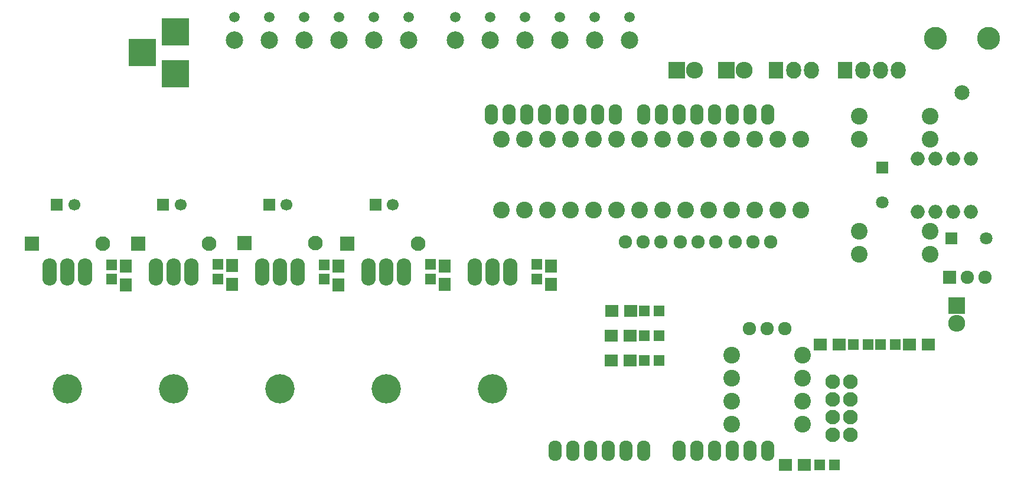
<source format=gbr>
G04 #@! TF.FileFunction,Soldermask,Top*
%FSLAX46Y46*%
G04 Gerber Fmt 4.6, Leading zero omitted, Abs format (unit mm)*
G04 Created by KiCad (PCBNEW 4.0.2+dfsg1-stable) date Tue 15 May 2018 12:51:25 PM EDT*
%MOMM*%
G01*
G04 APERTURE LIST*
%ADD10C,0.100000*%
%ADD11O,1.924000X2.940000*%
%ADD12C,2.150000*%
%ADD13C,3.300000*%
%ADD14C,2.099260*%
%ADD15R,2.099260X2.099260*%
%ADD16R,1.800000X1.800000*%
%ADD17C,1.800000*%
%ADD18C,1.924000*%
%ADD19C,2.398980*%
%ADD20O,2.000000X2.000000*%
%ADD21C,1.920000*%
%ADD22R,1.920000X1.920000*%
%ADD23R,3.900120X3.900120*%
%ADD24C,2.500000*%
%ADD25C,1.500000*%
%ADD26C,1.700000*%
%ADD27R,1.700000X1.700000*%
%ADD28R,2.432000X2.432000*%
%ADD29O,2.432000X2.432000*%
%ADD30R,2.127200X2.432000*%
%ADD31O,2.127200X2.432000*%
%ADD32O,2.099260X3.900120*%
%ADD33C,4.199840*%
%ADD34C,2.100000*%
%ADD35R,1.598880X1.598880*%
%ADD36R,1.900000X1.700000*%
%ADD37R,1.700000X1.900000*%
G04 APERTURE END LIST*
D10*
D11*
X121285000Y-123190000D03*
X118745000Y-123190000D03*
X116205000Y-123190000D03*
X108585000Y-123190000D03*
X111125000Y-123190000D03*
X113665000Y-123190000D03*
X103505000Y-123190000D03*
X100965000Y-123190000D03*
X98425000Y-123190000D03*
X93345000Y-123190000D03*
X90805000Y-123190000D03*
X121285000Y-74930000D03*
X118745000Y-74930000D03*
X116205000Y-74930000D03*
X113665000Y-74930000D03*
X111125000Y-74930000D03*
X108585000Y-74930000D03*
X106045000Y-74930000D03*
X103505000Y-74930000D03*
X99441000Y-74930000D03*
X96901000Y-74930000D03*
X94361000Y-74930000D03*
X91821000Y-74930000D03*
X89281000Y-74930000D03*
X86741000Y-74930000D03*
X84201000Y-74930000D03*
X81661000Y-74930000D03*
X95885000Y-123190000D03*
D12*
X149098000Y-71808000D03*
D13*
X152898000Y-64008000D03*
X145298000Y-64008000D03*
D14*
X41148000Y-93472000D03*
D15*
X30988000Y-93472000D03*
D16*
X147574000Y-92710000D03*
D17*
X152574000Y-92710000D03*
D16*
X137668000Y-82550000D03*
D17*
X137668000Y-87550000D03*
D14*
X56388520Y-93469460D03*
D15*
X46228520Y-93469460D03*
D14*
X25908000Y-93472000D03*
D15*
X15748000Y-93472000D03*
D18*
X103378000Y-93218000D03*
X105918000Y-93218000D03*
X100838000Y-93218000D03*
X111252000Y-93243400D03*
X113792000Y-93243400D03*
X108712000Y-93243400D03*
X119126000Y-93243400D03*
X121666000Y-93243400D03*
X116586000Y-93243400D03*
X121158000Y-105664000D03*
X123698000Y-105664000D03*
X118618000Y-105664000D03*
D19*
X119380000Y-88646000D03*
X119380000Y-78486000D03*
X122682000Y-88646000D03*
X122682000Y-78486000D03*
X125984000Y-88646000D03*
X125984000Y-78486000D03*
X112776000Y-88646000D03*
X112776000Y-78486000D03*
X109474000Y-88646000D03*
X109474000Y-78486000D03*
X106172000Y-88646000D03*
X106172000Y-78486000D03*
X86360000Y-88646000D03*
X86360000Y-78486000D03*
X144526000Y-75184000D03*
X134366000Y-75184000D03*
X134366000Y-78486000D03*
X144526000Y-78486000D03*
X89662000Y-88646000D03*
X89662000Y-78486000D03*
X92964000Y-88646000D03*
X92964000Y-78486000D03*
X83058000Y-88646000D03*
X83058000Y-78486000D03*
X134366000Y-94996000D03*
X144526000Y-94996000D03*
X144526000Y-91694000D03*
X134366000Y-91694000D03*
D20*
X142748000Y-88900000D03*
X145288000Y-88900000D03*
X147828000Y-88900000D03*
X150368000Y-88900000D03*
X150368000Y-81280000D03*
X147828000Y-81280000D03*
X145288000Y-81280000D03*
X142748000Y-81280000D03*
D21*
X149860000Y-98298000D03*
X152400000Y-98298000D03*
D22*
X147320000Y-98298000D03*
D23*
X36322000Y-69088000D03*
X36322000Y-63088520D03*
X31623000Y-66088260D03*
D24*
X101454000Y-64262000D03*
X96454000Y-64262000D03*
D25*
X101454000Y-60962000D03*
X96454000Y-60962000D03*
D24*
X91454000Y-64262000D03*
X86454000Y-64262000D03*
X81454000Y-64262000D03*
X76454000Y-64262000D03*
D25*
X91454000Y-60962000D03*
X86454000Y-60962000D03*
X81454000Y-60962000D03*
X76454000Y-60962000D03*
D24*
X69784000Y-64262000D03*
X64784000Y-64262000D03*
D25*
X69784000Y-60962000D03*
X64784000Y-60962000D03*
D24*
X59784000Y-64262000D03*
X54784000Y-64262000D03*
X49784000Y-64262000D03*
X44784000Y-64262000D03*
D25*
X59784000Y-60962000D03*
X54784000Y-60962000D03*
X49784000Y-60962000D03*
X44784000Y-60962000D03*
D26*
X52284000Y-87884000D03*
D27*
X49784000Y-87884000D03*
D26*
X37084000Y-87884000D03*
D27*
X34584000Y-87884000D03*
D26*
X21844000Y-87884000D03*
D27*
X19344000Y-87884000D03*
D28*
X115316000Y-68580000D03*
D29*
X117856000Y-68580000D03*
D19*
X116078000Y-78486000D03*
X116078000Y-88646000D03*
X99568000Y-78486000D03*
X99568000Y-88646000D03*
X96266000Y-78486000D03*
X96266000Y-88646000D03*
D30*
X122428000Y-68580000D03*
D31*
X124968000Y-68580000D03*
X127508000Y-68580000D03*
D28*
X108204000Y-68580000D03*
D29*
X110744000Y-68580000D03*
D28*
X148336000Y-102362000D03*
D29*
X148336000Y-104902000D03*
D30*
X132334000Y-68580000D03*
D31*
X134874000Y-68580000D03*
X137414000Y-68580000D03*
X139954000Y-68580000D03*
D32*
X81788000Y-97536000D03*
X84328000Y-97536000D03*
X79248000Y-97536000D03*
D33*
X81788000Y-114300000D03*
D32*
X51308000Y-97536000D03*
X53848000Y-97536000D03*
X48768000Y-97536000D03*
D33*
X51308000Y-114300000D03*
D32*
X36068000Y-97536000D03*
X38608000Y-97536000D03*
X33528000Y-97536000D03*
D33*
X36068000Y-114300000D03*
D32*
X20828000Y-97536000D03*
X23368000Y-97536000D03*
X18288000Y-97536000D03*
D33*
X20828000Y-114300000D03*
D26*
X67524000Y-87884000D03*
D27*
X65024000Y-87884000D03*
D14*
X71120000Y-93472000D03*
D15*
X60960000Y-93472000D03*
D32*
X66548000Y-97536000D03*
X69088000Y-97536000D03*
X64008000Y-97536000D03*
D33*
X66548000Y-114300000D03*
D19*
X102870000Y-88646000D03*
X102870000Y-78486000D03*
X126238000Y-112776000D03*
X116078000Y-112776000D03*
X116078000Y-109474000D03*
X126238000Y-109474000D03*
X126238000Y-119380000D03*
X116078000Y-119380000D03*
X116078000Y-116078000D03*
X126238000Y-116078000D03*
D34*
X133096000Y-113284000D03*
X130556000Y-113284000D03*
X133096000Y-115824000D03*
X130556000Y-115824000D03*
X133096000Y-118364000D03*
X130556000Y-118364000D03*
X133096000Y-120904000D03*
X130556000Y-120904000D03*
D35*
X135636000Y-107950000D03*
X133537960Y-107950000D03*
X105697020Y-110236000D03*
X103598980Y-110236000D03*
X105664000Y-106680000D03*
X103565960Y-106680000D03*
X105697020Y-103124000D03*
X103598980Y-103124000D03*
X137474960Y-107950000D03*
X139573000Y-107950000D03*
X130810000Y-125222000D03*
X128711960Y-125222000D03*
X88138000Y-98585020D03*
X88138000Y-96486980D03*
X57658000Y-98618040D03*
X57658000Y-96520000D03*
X42418000Y-98585020D03*
X42418000Y-96486980D03*
X27178000Y-98618040D03*
X27178000Y-96520000D03*
X72898000Y-98585020D03*
X72898000Y-96486980D03*
D36*
X131525000Y-107950000D03*
X128825000Y-107950000D03*
X101506000Y-110236000D03*
X98806000Y-110236000D03*
X101506000Y-106680000D03*
X98806000Y-106680000D03*
X101600000Y-103124000D03*
X98900000Y-103124000D03*
X141572000Y-107950000D03*
X144272000Y-107950000D03*
X126492000Y-125222000D03*
X123792000Y-125222000D03*
D37*
X90170000Y-96694000D03*
X90170000Y-99394000D03*
X59690000Y-96710500D03*
X59690000Y-99410500D03*
X44450000Y-96672400D03*
X44450000Y-99372400D03*
X29210000Y-96710500D03*
X29210000Y-99410500D03*
X74930000Y-96694000D03*
X74930000Y-99394000D03*
M02*

</source>
